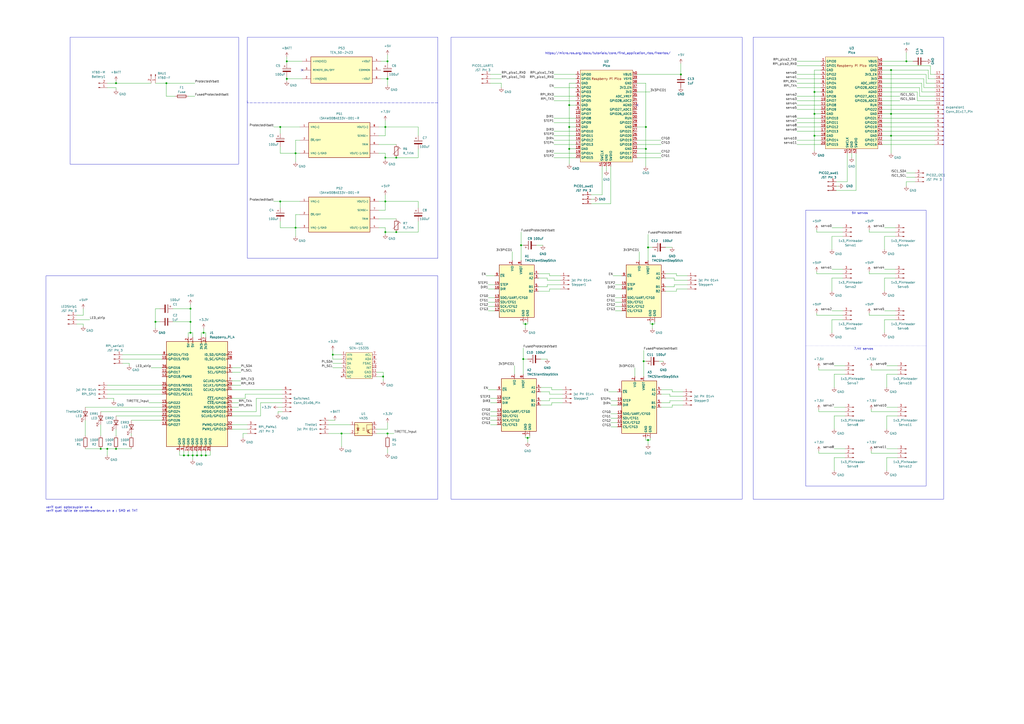
<source format=kicad_sch>
(kicad_sch (version 20230121) (generator eeschema)
  (paper "A2")
  (junction (at 119.38 264.16))
  (junction (at 166.37 35.56))
  (junction (at 330.2 86.36))
  (junction (at 193.04 205.74))
  (junction (at 67.31 260.35))
  (junction (at 118.11 193.04))
  (junction (at 171.45 132.08))
  (junction (at 472.44 53.34))
  (junction (at 114.3 264.16))
  (junction (at 302.26 142.24))
  (junction (at 171.45 88.9))
  (junction (at 306.07 254))
  (junction (at 394.97 43.18))
  (junction (at 224.79 251.46))
  (junction (at 106.68 264.16))
  (junction (at 224.79 35.56))
  (junction (at 303.53 208.28))
  (junction (at 62.23 260.35))
  (junction (at 111.76 264.16))
  (junction (at 223.52 73.66))
  (junction (at 516.89 40.64))
  (junction (at 67.31 48.26))
  (junction (at 223.52 134.62))
  (junction (at 472.44 66.04))
  (junction (at 110.49 186.69))
  (junction (at 374.65 86.36))
  (junction (at 375.92 255.27))
  (junction (at 525.78 35.56))
  (junction (at 373.38 209.55))
  (junction (at 516.89 78.74))
  (junction (at 162.56 73.66))
  (junction (at 116.84 264.16))
  (junction (at 223.52 91.44))
  (junction (at 304.8 187.96))
  (junction (at 229.87 134.62))
  (junction (at 90.17 186.69))
  (junction (at 109.22 264.16))
  (junction (at 110.49 193.04))
  (junction (at 375.92 143.51))
  (junction (at 229.87 91.44))
  (junction (at 374.65 73.66))
  (junction (at 378.46 187.96))
  (junction (at 516.89 66.04))
  (junction (at 223.52 116.84))
  (junction (at 224.79 45.72))
  (junction (at 110.49 179.07))
  (junction (at 222.25 218.44))
  (junction (at 58.42 260.35))
  (junction (at 198.12 251.46))
  (junction (at 162.56 116.84))
  (junction (at 330.2 73.66))
  (junction (at 472.44 78.74))
  (junction (at 330.2 60.96))
  (junction (at 166.37 45.72))
  (junction (at 96.52 48.26))
  (no_connect (at 369.57 60.96))
  (no_connect (at 175.26 40.64))
  (wire (pts (xy 134.62 231.14) (xy 142.24 231.14)))
  (wire (pts (xy 283.21 172.72) (xy 287.02 172.72)))
  (wire (pts (xy 375.92 255.27) (xy 375.92 257.81)))
  (wire (pts (xy 321.31 68.58) (xy 334.01 68.58)))
  (wire (pts (xy 377.19 255.27) (xy 377.19 254)))
  (wire (pts (xy 534.67 53.34) (xy 542.29 53.34)))
  (wire (pts (xy 398.78 165.1) (xy 391.16 165.1)))
  (wire (pts (xy 121.92 264.16) (xy 121.92 261.62)))
  (wire (pts (xy 542.29 48.26) (xy 537.21 48.26)))
  (wire (pts (xy 284.48 43.18) (xy 290.83 43.18)))
  (wire (pts (xy 474.98 214.63) (xy 490.22 214.63)))
  (wire (pts (xy 462.28 38.1) (xy 476.25 38.1)))
  (wire (pts (xy 386.08 168.91) (xy 392.43 168.91)))
  (wire (pts (xy 511.81 53.34) (xy 532.13 53.34)))
  (wire (pts (xy 511.81 58.42) (xy 521.97 58.42)))
  (wire (pts (xy 473.71 158.75) (xy 488.95 158.75)))
  (wire (pts (xy 229.87 134.62) (xy 242.57 134.62)))
  (wire (pts (xy 193.04 205.74) (xy 198.12 205.74)))
  (wire (pts (xy 462.28 81.28) (xy 476.25 81.28)))
  (wire (pts (xy 106.68 261.62) (xy 106.68 264.16)))
  (wire (pts (xy 535.94 50.8) (xy 535.94 45.72)))
  (wire (pts (xy 106.68 264.16) (xy 109.22 264.16)))
  (wire (pts (xy 109.22 261.62) (xy 109.22 264.16)))
  (wire (pts (xy 318.77 227.33) (xy 313.69 227.33)))
  (wire (pts (xy 283.21 165.1) (xy 287.02 165.1)))
  (wire (pts (xy 494.03 88.9) (xy 494.03 91.44)))
  (wire (pts (xy 462.28 60.96) (xy 476.25 60.96)))
  (wire (pts (xy 349.25 113.03) (xy 349.25 96.52)))
  (wire (pts (xy 392.43 160.02) (xy 398.78 160.02)))
  (wire (pts (xy 58.42 260.35) (xy 62.23 260.35)))
  (wire (pts (xy 151.13 241.3) (xy 151.13 233.68)))
  (wire (pts (xy 101.6 55.88) (xy 96.52 55.88)))
  (wire (pts (xy 513.08 144.78) (xy 513.08 137.16)))
  (wire (pts (xy 134.62 226.06) (xy 163.83 226.06)))
  (wire (pts (xy 396.24 232.41) (xy 388.62 232.41)))
  (wire (pts (xy 171.45 88.9) (xy 171.45 93.98)))
  (wire (pts (xy 317.5 161.29) (xy 312.42 161.29)))
  (wire (pts (xy 161.29 236.22) (xy 163.83 236.22)))
  (wire (pts (xy 375.92 255.27) (xy 374.65 255.27)))
  (wire (pts (xy 49.53 252.73) (xy 49.53 243.84)))
  (wire (pts (xy 516.89 78.74) (xy 516.89 66.04)))
  (wire (pts (xy 116.84 193.04) (xy 118.11 193.04)))
  (wire (pts (xy 134.62 220.98) (xy 139.7 220.98)))
  (wire (pts (xy 514.35 241.3) (xy 520.7 241.3)))
  (wire (pts (xy 383.54 236.22) (xy 389.89 236.22)))
  (wire (pts (xy 166.37 46.99) (xy 166.37 45.72)))
  (wire (pts (xy 283.21 175.26) (xy 287.02 175.26)))
  (wire (pts (xy 369.57 88.9) (xy 383.54 88.9)))
  (wire (pts (xy 513.08 193.04) (xy 513.08 185.42)))
  (wire (pts (xy 62.23 260.35) (xy 62.23 264.16)))
  (wire (pts (xy 511.81 60.96) (xy 542.29 60.96)))
  (wire (pts (xy 284.48 241.3) (xy 288.29 241.3)))
  (wire (pts (xy 321.31 71.12) (xy 334.01 71.12)))
  (wire (pts (xy 223.52 91.44) (xy 223.52 92.71)))
  (wire (pts (xy 224.79 35.56) (xy 224.79 36.83)))
  (wire (pts (xy 303.53 201.93) (xy 303.53 208.28)))
  (wire (pts (xy 313.69 224.79) (xy 320.04 224.79)))
  (wire (pts (xy 355.6 160.02) (xy 360.68 160.02)))
  (wire (pts (xy 134.62 213.36) (xy 139.7 213.36)))
  (wire (pts (xy 62.23 223.52) (xy 93.98 223.52)))
  (wire (pts (xy 472.44 78.74) (xy 472.44 66.04)))
  (wire (pts (xy 162.56 116.84) (xy 162.56 120.65)))
  (wire (pts (xy 90.17 186.69) (xy 90.17 179.07)))
  (wire (pts (xy 525.78 102.87) (xy 530.86 102.87)))
  (wire (pts (xy 505.46 213.36) (xy 505.46 214.63)))
  (wire (pts (xy 356.87 167.64) (xy 360.68 167.64)))
  (wire (pts (xy 67.31 252.73) (xy 67.31 248.92)))
  (wire (pts (xy 224.79 251.46) (xy 224.79 252.73)))
  (wire (pts (xy 473.71 182.88) (xy 488.95 182.88)))
  (wire (pts (xy 162.56 116.84) (xy 173.99 116.84)))
  (wire (pts (xy 219.71 121.92) (xy 223.52 121.92)))
  (wire (pts (xy 516.89 40.64) (xy 511.81 40.64)))
  (wire (pts (xy 516.89 66.04) (xy 511.81 66.04)))
  (wire (pts (xy 389.89 226.06) (xy 389.89 227.33)))
  (wire (pts (xy 119.38 261.62) (xy 119.38 264.16)))
  (wire (pts (xy 542.29 50.8) (xy 535.94 50.8)))
  (wire (pts (xy 533.4 50.8) (xy 511.81 50.8)))
  (polyline (pts (xy 143.51 59.69) (xy 143.51 58.42)))
  (wire (pts (xy 482.6 180.34) (xy 488.95 180.34)))
  (wire (pts (xy 373.38 209.55) (xy 373.38 218.44)))
  (wire (pts (xy 302.26 134.62) (xy 302.26 142.24)))
  (wire (pts (xy 90.17 179.07) (xy 92.71 179.07)))
  (wire (pts (xy 114.3 261.62) (xy 114.3 264.16)))
  (wire (pts (xy 302.26 142.24) (xy 302.26 151.13)))
  (wire (pts (xy 224.79 31.75) (xy 224.79 35.56)))
  (wire (pts (xy 224.79 44.45) (xy 224.79 45.72)))
  (wire (pts (xy 313.69 208.28) (xy 317.5 208.28)))
  (wire (pts (xy 86.36 233.68) (xy 93.98 233.68)))
  (wire (pts (xy 62.23 48.26) (xy 67.31 48.26)))
  (wire (pts (xy 513.08 180.34) (xy 519.43 180.34)))
  (wire (pts (xy 462.28 73.66) (xy 476.25 73.66)))
  (wire (pts (xy 290.83 48.26) (xy 284.48 48.26)))
  (wire (pts (xy 193.04 210.82) (xy 198.12 210.82)))
  (wire (pts (xy 542.29 45.72) (xy 538.48 45.72)))
  (wire (pts (xy 171.45 124.46) (xy 171.45 132.08)))
  (wire (pts (xy 525.78 100.33) (xy 530.86 100.33)))
  (wire (pts (xy 67.31 260.35) (xy 76.2 260.35)))
  (wire (pts (xy 511.81 81.28) (xy 542.29 81.28)))
  (wire (pts (xy 462.28 68.58) (xy 476.25 68.58)))
  (wire (pts (xy 223.52 134.62) (xy 229.87 134.62)))
  (wire (pts (xy 171.45 81.28) (xy 171.45 88.9)))
  (wire (pts (xy 504.19 182.88) (xy 519.43 182.88)))
  (wire (pts (xy 134.62 248.92) (xy 143.51 248.92)))
  (wire (pts (xy 354.33 245.11) (xy 358.14 245.11)))
  (wire (pts (xy 304.8 187.96) (xy 306.07 187.96)))
  (wire (pts (xy 462.28 43.18) (xy 476.25 43.18)))
  (wire (pts (xy 306.07 254) (xy 304.8 254)))
  (wire (pts (xy 58.42 252.73) (xy 58.42 246.38)))
  (wire (pts (xy 48.26 187.96) (xy 44.45 187.96)))
  (wire (pts (xy 513.08 132.08) (xy 519.43 132.08)))
  (wire (pts (xy 369.57 81.28) (xy 383.54 81.28)))
  (wire (pts (xy 514.35 217.17) (xy 520.7 217.17)))
  (wire (pts (xy 162.56 73.66) (xy 162.56 77.47)))
  (wire (pts (xy 109.22 55.88) (xy 113.03 55.88)))
  (wire (pts (xy 382.27 209.55) (xy 384.81 209.55)))
  (wire (pts (xy 140.97 254) (xy 140.97 251.46)))
  (wire (pts (xy 482.6 137.16) (xy 488.95 137.16)))
  (wire (pts (xy 472.44 40.64) (xy 476.25 40.64)))
  (wire (pts (xy 114.3 264.16) (xy 116.84 264.16)))
  (wire (pts (xy 474.98 262.89) (xy 490.22 262.89)))
  (wire (pts (xy 166.37 35.56) (xy 175.26 35.56)))
  (wire (pts (xy 198.12 251.46) (xy 198.12 259.08)))
  (wire (pts (xy 222.25 215.9) (xy 222.25 218.44)))
  (wire (pts (xy 375.92 143.51) (xy 375.92 151.13)))
  (wire (pts (xy 223.52 132.08) (xy 223.52 134.62)))
  (wire (pts (xy 472.44 78.74) (xy 476.25 78.74)))
  (wire (pts (xy 504.19 181.61) (xy 504.19 182.88)))
  (wire (pts (xy 134.62 246.38) (xy 143.51 246.38)))
  (wire (pts (xy 394.97 43.18) (xy 394.97 36.83)))
  (wire (pts (xy 76.2 243.84) (xy 93.98 243.84)))
  (wire (pts (xy 342.9 113.03) (xy 349.25 113.03)))
  (wire (pts (xy 473.71 157.48) (xy 473.71 158.75)))
  (wire (pts (xy 224.79 45.72) (xy 224.79 49.53)))
  (wire (pts (xy 462.28 48.26) (xy 476.25 48.26)))
  (wire (pts (xy 173.99 132.08) (xy 171.45 132.08)))
  (wire (pts (xy 391.16 162.56) (xy 391.16 161.29)))
  (wire (pts (xy 194.31 243.84) (xy 190.5 243.84)))
  (wire (pts (xy 538.48 45.72) (xy 538.48 40.64)))
  (wire (pts (xy 166.37 35.56) (xy 166.37 36.83)))
  (wire (pts (xy 283.21 177.8) (xy 287.02 177.8)))
  (polyline (pts (xy 254 59.69) (xy 143.51 59.69)) (stroke (width 0) (type dash)))
  (wire (pts (xy 369.57 43.18) (xy 394.97 43.18)))
  (wire (pts (xy 474.98 238.76) (xy 490.22 238.76)))
  (wire (pts (xy 219.71 88.9) (xy 223.52 88.9)))
  (wire (pts (xy 134.62 236.22) (xy 138.43 236.22)))
  (wire (pts (xy 242.57 91.44) (xy 242.57 86.36)))
  (wire (pts (xy 377.19 187.96) (xy 377.19 186.69)))
  (wire (pts (xy 386.08 158.75) (xy 392.43 158.75)))
  (wire (pts (xy 66.04 232.41) (xy 66.04 231.14)))
  (wire (pts (xy 326.39 228.6) (xy 318.77 228.6)))
  (wire (pts (xy 537.21 43.18) (xy 511.81 43.18)))
  (wire (pts (xy 373.38 203.2) (xy 373.38 209.55)))
  (wire (pts (xy 474.98 261.62) (xy 474.98 262.89)))
  (wire (pts (xy 377.19 53.34) (xy 369.57 53.34)))
  (wire (pts (xy 321.31 83.82) (xy 334.01 83.82)))
  (wire (pts (xy 321.31 45.72) (xy 334.01 45.72)))
  (wire (pts (xy 119.38 195.58) (xy 119.38 193.04)))
  (wire (pts (xy 318.77 228.6) (xy 318.77 227.33)))
  (wire (pts (xy 374.65 86.36) (xy 374.65 96.52)))
  (wire (pts (xy 284.48 231.14) (xy 288.29 231.14)))
  (wire (pts (xy 330.2 60.96) (xy 330.2 48.26)))
  (wire (pts (xy 229.87 91.44) (xy 242.57 91.44)))
  (wire (pts (xy 58.42 238.76) (xy 93.98 238.76)))
  (wire (pts (xy 313.69 234.95) (xy 320.04 234.95)))
  (wire (pts (xy 505.46 261.62) (xy 505.46 262.89)))
  (wire (pts (xy 392.43 167.64) (xy 398.78 167.64)))
  (wire (pts (xy 473.71 133.35) (xy 473.71 134.62)))
  (wire (pts (xy 505.46 262.89) (xy 520.7 262.89)))
  (wire (pts (xy 379.73 187.96) (xy 379.73 186.69)))
  (wire (pts (xy 161.29 238.76) (xy 163.83 238.76)))
  (wire (pts (xy 542.29 55.88) (xy 533.4 55.88)))
  (wire (pts (xy 321.31 81.28) (xy 334.01 81.28)))
  (wire (pts (xy 90.17 186.69) (xy 92.71 186.69)))
  (wire (pts (xy 220.98 45.72) (xy 224.79 45.72)))
  (wire (pts (xy 284.48 45.72) (xy 290.83 45.72)))
  (wire (pts (xy 321.31 88.9) (xy 334.01 88.9)))
  (wire (pts (xy 173.99 81.28) (xy 171.45 81.28)))
  (wire (pts (xy 318.77 158.75) (xy 318.77 160.02)))
  (wire (pts (xy 369.57 86.36) (xy 374.65 86.36)))
  (wire (pts (xy 342.9 118.11) (xy 354.33 118.11)))
  (wire (pts (xy 483.87 248.92) (xy 483.87 241.3)))
  (wire (pts (xy 525.78 105.41) (xy 525.78 107.95)))
  (wire (pts (xy 391.16 165.1) (xy 391.16 166.37)))
  (wire (pts (xy 306.07 208.28) (xy 303.53 208.28)))
  (wire (pts (xy 67.31 50.8) (xy 67.31 52.07)))
  (wire (pts (xy 472.44 53.34) (xy 472.44 40.64)))
  (wire (pts (xy 386.08 143.51) (xy 389.89 143.51)))
  (wire (pts (xy 151.13 233.68) (xy 163.83 233.68)))
  (wire (pts (xy 242.57 116.84) (xy 242.57 120.65)))
  (wire (pts (xy 223.52 116.84) (xy 242.57 116.84)))
  (wire (pts (xy 158.75 116.84) (xy 162.56 116.84)))
  (wire (pts (xy 482.6 193.04) (xy 482.6 185.42)))
  (wire (pts (xy 354.33 242.57) (xy 358.14 242.57)))
  (wire (pts (xy 303.53 142.24) (xy 302.26 142.24)))
  (wire (pts (xy 242.57 134.62) (xy 242.57 128.27)))
  (wire (pts (xy 383.54 226.06) (xy 389.89 226.06)))
  (wire (pts (xy 330.2 60.96) (xy 334.01 60.96)))
  (wire (pts (xy 474.98 237.49) (xy 474.98 238.76)))
  (wire (pts (xy 284.48 246.38) (xy 288.29 246.38)))
  (wire (pts (xy 71.12 205.74) (xy 93.98 205.74)))
  (wire (pts (xy 462.28 55.88) (xy 476.25 55.88)))
  (wire (pts (xy 462.28 71.12) (xy 476.25 71.12)))
  (wire (pts (xy 166.37 44.45) (xy 166.37 45.72)))
  (wire (pts (xy 224.79 260.35) (xy 224.79 262.89)))
  (wire (pts (xy 320.04 224.79) (xy 320.04 226.06)))
  (wire (pts (xy 48.26 182.88) (xy 44.45 182.88)))
  (wire (pts (xy 354.33 232.41) (xy 358.14 232.41)))
  (wire (pts (xy 318.77 232.41) (xy 313.69 232.41)))
  (wire (pts (xy 375.92 135.89) (xy 375.92 143.51)))
  (wire (pts (xy 462.28 63.5) (xy 476.25 63.5)))
  (wire (pts (xy 90.17 186.69) (xy 90.17 190.5)))
  (wire (pts (xy 320.04 233.68) (xy 326.39 233.68)))
  (wire (pts (xy 483.87 241.3) (xy 490.22 241.3)))
  (wire (pts (xy 330.2 73.66) (xy 334.01 73.66)))
  (wire (pts (xy 504.19 158.75) (xy 519.43 158.75)))
  (wire (pts (xy 505.46 214.63) (xy 520.7 214.63)))
  (wire (pts (xy 486.41 107.95) (xy 485.14 107.95)))
  (wire (pts (xy 74.93 210.82) (xy 74.93 212.09)))
  (wire (pts (xy 369.57 91.44) (xy 383.54 91.44)))
  (wire (pts (xy 482.6 185.42) (xy 488.95 185.42)))
  (wire (pts (xy 525.78 35.56) (xy 525.78 30.48)))
  (wire (pts (xy 472.44 66.04) (xy 476.25 66.04)))
  (wire (pts (xy 158.75 73.66) (xy 162.56 73.66)))
  (wire (pts (xy 100.33 186.69) (xy 110.49 186.69)))
  (wire (pts (xy 306.07 187.96) (xy 306.07 186.69)))
  (wire (pts (xy 354.33 240.03) (xy 358.14 240.03)))
  (wire (pts (xy 398.78 162.56) (xy 391.16 162.56)))
  (wire (pts (xy 71.12 210.82) (xy 74.93 210.82)))
  (wire (pts (xy 219.71 127) (xy 229.87 127)))
  (wire (pts (xy 76.2 252.73) (xy 76.2 251.46)))
  (wire (pts (xy 389.89 234.95) (xy 396.24 234.95)))
  (wire (pts (xy 118.11 193.04) (xy 118.11 190.5)))
  (wire (pts (xy 171.45 88.9) (xy 162.56 88.9)))
  (wire (pts (xy 374.65 73.66) (xy 374.65 48.26)))
  (wire (pts (xy 516.89 66.04) (xy 516.89 40.64)))
  (wire (pts (xy 166.37 45.72) (xy 175.26 45.72)))
  (wire (pts (xy 534.67 48.26) (xy 534.67 53.34)))
  (wire (pts (xy 504.19 134.62) (xy 519.43 134.62)))
  (wire (pts (xy 62.23 228.6) (xy 93.98 228.6)))
  (wire (pts (xy 96.52 55.88) (xy 96.52 48.26)))
  (wire (pts (xy 374.65 73.66) (xy 369.57 73.66)))
  (wire (pts (xy 223.52 73.66) (xy 242.57 73.66)))
  (wire (pts (xy 391.16 166.37) (xy 386.08 166.37)))
  (wire (pts (xy 142.24 231.14) (xy 142.24 228.6)))
  (wire (pts (xy 511.81 38.1) (xy 539.75 38.1)))
  (wire (pts (xy 473.71 134.62) (xy 488.95 134.62)))
  (wire (pts (xy 304.8 254) (xy 304.8 252.73)))
  (wire (pts (xy 356.87 165.1) (xy 360.68 165.1)))
  (wire (pts (xy 462.28 76.2) (xy 476.25 76.2)))
  (wire (pts (xy 504.19 133.35) (xy 504.19 134.62)))
  (wire (pts (xy 344.17 115.57) (xy 342.9 115.57)))
  (wire (pts (xy 462.28 58.42) (xy 476.25 58.42)))
  (wire (pts (xy 462.28 35.56) (xy 476.25 35.56)))
  (wire (pts (xy 48.26 189.23) (xy 48.26 187.96)))
  (wire (pts (xy 356.87 172.72) (xy 360.68 172.72)))
  (wire (pts (xy 321.31 91.44) (xy 334.01 91.44)))
  (wire (pts (xy 223.52 121.92) (xy 223.52 116.84)))
  (wire (pts (xy 111.76 193.04) (xy 111.76 195.58)))
  (wire (pts (xy 514.35 273.05) (xy 514.35 265.43)))
  (wire (pts (xy 532.13 58.42) (xy 542.29 58.42)))
  (wire (pts (xy 306.07 254) (xy 306.07 256.54)))
  (wire (pts (xy 109.22 264.16) (xy 111.76 264.16)))
  (wire (pts (xy 218.44 251.46) (xy 224.79 251.46)))
  (wire (pts (xy 513.08 168.91) (xy 513.08 161.29)))
  (wire (pts (xy 311.15 142.24) (xy 314.96 142.24)))
  (wire (pts (xy 462.28 50.8) (xy 476.25 50.8)))
  (wire (pts (xy 514.35 248.92) (xy 514.35 241.3)))
  (wire (pts (xy 368.3 213.36) (xy 368.3 218.44)))
  (wire (pts (xy 496.57 88.9) (xy 496.57 110.49)))
  (wire (pts (xy 505.46 237.49) (xy 505.46 238.76)))
  (polyline (pts (xy 467.36 200.66) (xy 537.21 200.66)) (stroke (width 0) (type dot)))
  (wire (pts (xy 284.48 238.76) (xy 288.29 238.76)))
  (wire (pts (xy 354.33 96.52) (xy 354.33 118.11)))
  (wire (pts (xy 354.33 234.95) (xy 358.14 234.95)))
  (wire (pts (xy 472.44 87.63) (xy 472.44 78.74)))
  (wire (pts (xy 318.77 167.64) (xy 325.12 167.64)))
  (wire (pts (xy 374.65 48.26) (xy 369.57 48.26)))
  (wire (pts (xy 148.59 238.76) (xy 134.62 238.76)))
  (wire (pts (xy 219.71 116.84) (xy 223.52 116.84)))
  (wire (pts (xy 318.77 160.02) (xy 325.12 160.02)))
  (wire (pts (xy 472.44 66.04) (xy 472.44 53.34)))
  (wire (pts (xy 219.71 78.74) (xy 223.52 78.74)))
  (wire (pts (xy 283.21 226.06) (xy 288.29 226.06)))
  (wire (pts (xy 224.79 35.56) (xy 220.98 35.56)))
  (wire (pts (xy 67.31 50.8) (xy 62.23 50.8)))
  (wire (pts (xy 87.63 213.36) (xy 93.98 213.36)))
  (wire (pts (xy 330.2 86.36) (xy 330.2 73.66)))
  (wire (pts (xy 104.14 261.62) (xy 104.14 264.16)))
  (wire (pts (xy 317.5 165.1) (xy 317.5 166.37)))
  (wire (pts (xy 516.89 78.74) (xy 542.29 78.74)))
  (wire (pts (xy 281.94 160.02) (xy 287.02 160.02)))
  (wire (pts (xy 356.87 180.34) (xy 360.68 180.34)))
  (wire (pts (xy 100.33 179.07) (xy 110.49 179.07)))
  (wire (pts (xy 389.89 227.33) (xy 396.24 227.33)))
  (wire (pts (xy 193.04 203.2) (xy 193.04 205.74)))
  (wire (pts (xy 111.76 264.16) (xy 111.76 266.7)))
  (wire (pts (xy 297.18 146.05) (xy 297.18 151.13)))
  (wire (pts (xy 378.46 187.96) (xy 379.73 187.96)))
  (wire (pts (xy 223.52 78.74) (xy 223.52 73.66)))
  (wire (pts (xy 388.62 233.68) (xy 383.54 233.68)))
  (wire (pts (xy 163.83 231.14) (xy 148.59 231.14)))
  (wire (pts (xy 321.31 50.8) (xy 334.01 50.8)))
  (wire (pts (xy 354.33 247.65) (xy 358.14 247.65)))
  (wire (pts (xy 190.5 251.46) (xy 198.12 251.46)))
  (wire (pts (xy 330.2 95.25) (xy 330.2 86.36)))
  (wire (pts (xy 537.21 48.26) (xy 537.21 43.18)))
  (wire (pts (xy 44.45 185.42) (xy 52.07 185.42)))
  (wire (pts (xy 119.38 193.04) (xy 118.11 193.04)))
  (wire (pts (xy 298.45 212.09) (xy 298.45 217.17)))
  (wire (pts (xy 110.49 193.04) (xy 109.22 193.04)))
  (wire (pts (xy 166.37 33.02) (xy 166.37 35.56)))
  (wire (pts (xy 321.31 58.42) (xy 334.01 58.42)))
  (wire (pts (xy 482.6 168.91) (xy 482.6 161.29)))
  (wire (pts (xy 511.81 55.88) (xy 521.97 55.88)))
  (wire (pts (xy 171.45 132.08) (xy 171.45 137.16)))
  (wire (pts (xy 483.87 236.22) (xy 490.22 236.22)))
  (wire (pts (xy 62.23 226.06) (xy 93.98 226.06)))
  (wire (pts (xy 193.04 208.28) (xy 198.12 208.28)))
  (wire (pts (xy 511.81 76.2) (xy 542.29 76.2)))
  (wire (pts (xy 111.76 261.62) (xy 111.76 264.16)))
  (wire (pts (xy 388.62 228.6) (xy 383.54 228.6)))
  (wire (pts (xy 173.99 124.46) (xy 171.45 124.46)))
  (wire (pts (xy 535.94 45.72) (xy 511.81 45.72)))
  (wire (pts (xy 49.53 260.35) (xy 58.42 260.35)))
  (wire (pts (xy 375.92 255.27) (xy 377.19 255.27)))
  (wire (pts (xy 219.71 73.66) (xy 223.52 73.66)))
  (wire (pts (xy 511.81 35.56) (xy 525.78 35.56)))
  (wire (pts (xy 66.04 231.14) (xy 62.23 231.14)))
  (wire (pts (xy 218.44 218.44) (xy 222.25 218.44)))
  (wire (pts (xy 392.43 168.91) (xy 392.43 167.64)))
  (wire (pts (xy 67.31 48.26) (xy 67.31 46.99)))
  (wire (pts (xy 374.65 86.36) (xy 374.65 73.66)))
  (wire (pts (xy 312.42 158.75) (xy 318.77 158.75)))
  (wire (pts (xy 283.21 180.34) (xy 287.02 180.34)))
  (wire (pts (xy 224.79 248.92) (xy 218.44 248.92)))
  (wire (pts (xy 326.39 231.14) (xy 318.77 231.14)))
  (wire (pts (xy 473.71 181.61) (xy 473.71 182.88)))
  (wire (pts (xy 472.44 53.34) (xy 476.25 53.34)))
  (wire (pts (xy 483.87 224.79) (xy 483.87 217.17)))
  (wire (pts (xy 321.31 43.18) (xy 334.01 43.18)))
  (wire (pts (xy 482.6 132.08) (xy 488.95 132.08)))
  (wire (pts (xy 351.79 96.52) (xy 351.79 99.06)))
  (wire (pts (xy 162.56 128.27) (xy 162.56 132.08)))
  (wire (pts (xy 242.57 73.66) (xy 242.57 78.74)))
  (wire (pts (xy 485.14 110.49) (xy 496.57 110.49)))
  (wire (pts (xy 219.71 83.82) (xy 229.87 83.82)))
  (wire (pts (xy 389.89 236.22) (xy 389.89 234.95)))
  (wire (pts (xy 218.44 215.9) (xy 222.25 215.9)))
  (wire (pts (xy 391.16 161.29) (xy 386.08 161.29)))
  (wire (pts (xy 353.06 227.33) (xy 358.14 227.33)))
  (wire (pts (xy 140.97 251.46) (xy 143.51 251.46)))
  (wire (pts (xy 116.84 264.16) (xy 119.38 264.16)))
  (wire (pts (xy 283.21 167.64) (xy 287.02 167.64)))
  (wire (pts (xy 539.75 38.1) (xy 539.75 43.18)))
  (wire (pts (xy 514.35 260.35) (xy 520.7 260.35)))
  (wire (pts (xy 134.62 215.9) (xy 139.7 215.9)))
  (wire (pts (xy 49.53 236.22) (xy 93.98 236.22)))
  (wire (pts (xy 222.25 218.44) (xy 222.25 220.98)))
  (wire (pts (xy 134.62 233.68) (xy 138.43 233.68)))
  (wire (pts (xy 290.83 50.8) (xy 290.83 48.26)))
  (wire (pts (xy 62.23 260.35) (xy 67.31 260.35)))
  (wire (pts (xy 162.56 73.66) (xy 173.99 73.66)))
  (wire (pts (xy 538.48 40.64) (xy 516.89 40.64)))
  (wire (pts (xy 514.35 224.79) (xy 514.35 217.17)))
  (wire (pts (xy 375.92 143.51) (xy 378.46 143.51)))
  (wire (pts (xy 284.48 243.84) (xy 288.29 243.84)))
  (wire (pts (xy 356.87 177.8) (xy 360.68 177.8)))
  (wire (pts (xy 48.26 179.07) (xy 48.26 182.88)))
  (wire (pts (xy 90.17 48.26) (xy 96.52 48.26)))
  (wire (pts (xy 330.2 48.26) (xy 334.01 48.26)))
  (wire (pts (xy 511.81 68.58) (xy 542.29 68.58)))
  (wire (pts (xy 325.12 165.1) (xy 317.5 165.1)))
  (wire (pts (xy 307.34 254) (xy 307.34 252.73)))
  (wire (pts (xy 71.12 208.28) (xy 93.98 208.28)))
  (wire (pts (xy 483.87 217.17) (xy 490.22 217.17)))
  (wire (pts (xy 161.29 240.03) (xy 161.29 238.76)))
  (wire (pts (xy 334.01 55.88) (xy 321.31 55.88)))
  (wire (pts (xy 110.49 179.07) (xy 110.49 186.69)))
  (wire (pts (xy 483.87 273.05) (xy 483.87 265.43)))
  (wire (pts (xy 116.84 261.62) (xy 116.84 264.16)))
  (wire (pts (xy 505.46 238.76) (xy 520.7 238.76)))
  (wire (pts (xy 284.48 233.68) (xy 288.29 233.68)))
  (wire (pts (xy 119.38 264.16) (xy 121.92 264.16)))
  (wire (pts (xy 514.35 236.22) (xy 520.7 236.22)))
  (wire (pts (xy 320.04 234.95) (xy 320.04 233.68)))
  (wire (pts (xy 513.08 185.42) (xy 519.43 185.42)))
  (wire (pts (xy 378.46 187.96) (xy 378.46 190.5)))
  (wire (pts (xy 110.49 193.04) (xy 111.76 193.04)))
  (wire (pts (xy 511.81 78.74) (xy 516.89 78.74)))
  (wire (pts (xy 511.81 71.12) (xy 542.29 71.12)))
  (wire (pts (xy 516.89 66.04) (xy 542.29 66.04)))
  (wire (pts (xy 134.62 241.3) (xy 151.13 241.3)))
  (wire (pts (xy 223.52 88.9) (xy 223.52 91.44)))
  (wire (pts (xy 482.6 156.21) (xy 488.95 156.21)))
  (wire (pts (xy 317.5 166.37) (xy 312.42 166.37)))
  (wire (pts (xy 224.79 245.11) (xy 224.79 248.92)))
  (wire (pts (xy 392.43 158.75) (xy 392.43 160.02)))
  (wire (pts (xy 109.22 193.04) (xy 109.22 195.58)))
  (wire (pts (xy 491.49 105.41) (xy 491.49 88.9)))
  (wire (pts (xy 67.31 48.26) (xy 87.63 48.26)))
  (wire (pts (xy 190.5 246.38) (xy 203.2 246.38)))
  (wire (pts (xy 388.62 232.41) (xy 388.62 233.68)))
  (wire (pts (xy 482.6 161.29) (xy 488.95 161.29)))
  (wire (pts (xy 312.42 168.91) (xy 318.77 168.91)))
  (wire (pts (xy 514.35 212.09) (xy 520.7 212.09)))
  (wire (pts (xy 514.35 265.43) (xy 520.7 265.43)))
  (wire (pts (xy 321.31 78.74) (xy 334.01 78.74)))
  (wire (pts (xy 219.71 132.08) (xy 223.52 132.08)))
  (wire (pts (xy 162.56 132.08) (xy 171.45 132.08)))
  (wire (pts (xy 374.65 209.55) (xy 373.38 209.55)))
  (wire (pts (xy 303.53 187.96) (xy 303.53 186.69)))
  (wire (pts (xy 356.87 175.26) (xy 360.68 175.26)))
  (wire (pts (xy 513.08 156.21) (xy 519.43 156.21)))
  (wire (pts (xy 224.79 251.46) (xy 228.6 251.46)))
  (wire (pts (xy 304.8 187.96) (xy 304.8 190.5)))
  (wire (pts (xy 529.59 35.56) (xy 525.78 35.56)))
  (wire (pts (xy 513.08 161.29) (xy 519.43 161.29)))
  (wire (pts (xy 162.56 88.9) (xy 162.56 85.09)))
  (wire (pts (xy 483.87 265.43) (xy 490.22 265.43)))
  (wire (pts (xy 374.65 255.27) (xy 374.65 254)))
  (wire (pts (xy 321.31 76.2) (xy 334.01 76.2)))
  (wire (pts (xy 330.2 73.66) (xy 330.2 60.96)))
  (wire (pts (xy 223.52 73.66) (xy 223.52 69.85)))
  (wire (pts (xy 303.53 208.28) (xy 303.53 217.17)))
  (wire (pts (xy 483.87 212.09) (xy 490.22 212.09)))
  (wire (pts (xy 96.52 48.26) (xy 113.03 48.26)))
  (wire (pts (xy 134.62 223.52) (xy 139.7 223.52)))
  (wire (pts (xy 482.6 144.78) (xy 482.6 137.16)))
  (wire (pts (xy 318.77 231.14) (xy 318.77 232.41)))
  (wire (pts (xy 485.14 105.41) (xy 491.49 105.41)))
  (wire (pts (xy 304.8 187.96) (xy 303.53 187.96)))
  (wire (pts (xy 148.59 231.14) (xy 148.59 238.76)))
  (wire (pts (xy 511.81 83.82) (xy 542.29 83.82)))
  (wire (pts (xy 67.31 241.3) (xy 93.98 241.3)))
  (wire (pts (xy 325.12 162.56) (xy 317.5 162.56)))
  (wire (pts (xy 317.5 162.56) (xy 317.5 161.29)))
  (wire (pts (xy 474.98 213.36) (xy 474.98 214.63)))
  (wire (pts (xy 511.81 63.5) (xy 542.29 63.5)))
  (wire (pts (xy 193.04 213.36) (xy 198.12 213.36)))
  (wire (pts (xy 504.19 157.48) (xy 504.19 158.75)))
  (wire (pts (xy 198.12 251.46) (xy 203.2 251.46)))
  (wire (pts (xy 142.24 228.6) (xy 163.83 228.6)))
  (wire (pts (xy 111.76 264.16) (xy 114.3 264.16)))
  (wire (pts (xy 533.4 55.88) (xy 533.4 50.8)))
  (wire (pts (xy 110.49 186.69) (xy 110.49 193.04)))
  (wire (pts (xy 370.84 146.05) (xy 370.84 151.13)))
  (wire (pts (xy 462.28 83.82) (xy 476.25 83.82)))
  (wire (pts (xy 462.28 45.72) (xy 476.25 45.72)))
  (wire (pts (xy 525.78 105.41) (xy 530.86 105.41)))
  (wire (pts (xy 378.46 187.96) (xy 377.19 187.96)))
  (wire (pts (xy 330.2 86.36) (xy 334.01 86.36)))
  (wire (pts (xy 369.57 83.82) (xy 383.54 83.82)))
  (wire (pts (xy 306.07 254) (xy 307.34 254)))
  (wire (pts (xy 223.52 134.62) (xy 223.52 135.89)))
  (wire (pts (xy 223.52 116.84) (xy 223.52 113.03)))
  (wire (pts (xy 171.45 88.9) (xy 173.99 88.9)))
  (wire (pts (xy 318.77 167.64) (xy 318.77 168.91)))
  (wire (pts (xy 396.24 229.87) (xy 388.62 229.87)))
  (wire (pts (xy 320.04 226.06) (xy 326.39 226.06)))
  (wire (pts (xy 223.52 91.44) (xy 229.87 91.44)))
  (wire (pts (xy 539.75 43.18) (xy 542.29 43.18)))
  (wire (pts (xy 116.84 195.58) (xy 116.84 193.04)))
  (wire (pts (xy 104.14 264.16) (xy 106.68 264.16)))
  (wire (pts (xy 532.13 53.34) (xy 532.13 58.42)))
  (wire (pts (xy 193.04 205.74) (xy 193.04 208.28)))
  (wire (pts (xy 110.49 176.53) (xy 110.49 179.07)))
  (wire (pts (xy 388.62 229.87) (xy 388.62 228.6)))
  (wire (pts (xy 511.81 48.26) (xy 534.67 48.26)))
  (wire (pts (xy 483.87 260.35) (xy 490.22 260.35)))
  (wire (pts (xy 511.81 73.66) (xy 542.29 73.66)))
  (wire (pts (xy 513.08 137.16) (xy 519.43 137.16)))
  (wire (pts (xy 516.89 78.74) (xy 516.89 88.9)))
  (rectangle (start 26.67 160.02) (end 254 289.56))
  (rectangle (start 40.64 21.59) (end 138.43 95.25))
  (rectangle (start 261.62 21.59) (end 430.53 289.56))
  (rectangle (start 143.51 21.59) (end 254 149.86))
  (rectangle (start 467.36 121.92) (end 537.21 281.94))
  (rectangle (start 436.88 21.59) (end 547.37 289.56))
  (text "5V servos" (at 494.03 124.46 0) (effects (font (size 1.27 1.27)) (justify left bottom)))
  (text "verif quel optocoupler on a\nverif quel taille de condensanteurs on a : SMD et THT\n" (at 26.67 297.18 0) (effects (font (size 1.27 1.27)) (justify left bottom)))
  (text "https://micro.ros.org/docs/tutorials/core/first_application_rtos/freertos/" (at 316.23 31.75 0) (effects (font (size 1.27 1.27)) (justify left bottom)))
  (text "7.4V servos" (at 495.3 203.2 0) (effects (font (size 1.27 1.27)) (justify left bottom)))
  (label "servo9" (at 462.28 76.2 180))
  (label "TIRETTE_input" (at 228.6 251.46 0))
  (label "STEP1" (at 321.31 71.12 180))
  (label "EN" (at 321.31 50.8 180))
  (label "CFG0" (at 284.48 238.76 180))
  (label "servo1" (at 482.6 156.21 180))
  (label "CFG1" (at 283.21 175.26 180))
  (label "RPI_RX4" (at 138.43 236.22 0))
  (label "PI_SCL" (at 139.7 215.9 0))
  (label "LED_strip" (at 87.63 213.36 180))
  (label "CFG3" (at 354.33 247.65 180))
  (label "servo6" (at 483.87 212.09 180))
  (label "EN" (at 283.21 226.06 180))
  (label "STEP1" (at 283.21 165.1 180))
  (label "servo4" (at 462.28 60.96 180))
  (label "FusedProtectedVbatt" (at 113.03 55.88 0))
  (label "ProtectedVbatt" (at 158.75 116.84 180))
  (label "ProtectedVbatt" (at 113.03 48.26 0))
  (label "RPI_pico1_TX0" (at 321.31 43.18 180))
  (label "RPI_TX3" (at 139.7 220.98 0))
  (label "FusedProtectedVbatt" (at 303.53 201.93 0))
  (label "CFG3" (at 284.48 246.38 180))
  (label "RPI_pico1_TX0" (at 290.83 45.72 0))
  (label "CFG2" (at 356.87 177.8 180))
  (label "CFG3" (at 356.87 180.34 180))
  (label "RPI_pico1_RX0" (at 321.31 45.72 180))
  (label "CFG1" (at 284.48 241.3 180))
  (label "ISC1_SDA" (at 525.78 100.33 180))
  (label "ISC1_SCL" (at 521.97 55.88 0))
  (label "CFG3" (at 283.21 180.34 180))
  (label "servo0" (at 482.6 132.08 180))
  (label "PI_SCL" (at 193.04 213.36 180))
  (label "3V3PICO1" (at 297.18 146.05 180))
  (label "servo3" (at 462.28 58.42 180))
  (label "CFG2" (at 354.33 245.11 180))
  (label "LED_strip" (at 52.07 185.42 0))
  (label "STEP2" (at 321.31 91.44 180))
  (label "STEP3" (at 284.48 231.14 180))
  (label "CFG1" (at 383.54 91.44 0))
  (label "servo0" (at 462.28 43.18 180))
  (label "servo5" (at 462.28 63.5 180))
  (label "3V3PICO1" (at 368.3 213.36 180))
  (label "STEP4" (at 321.31 83.82 180))
  (label "DIR2" (at 321.31 88.9 180))
  (label "3V3PICO1" (at 298.45 212.09 180))
  (label "servo11" (at 462.28 83.82 180))
  (label "CFG2" (at 383.54 88.9 0))
  (label "servo10" (at 514.35 236.22 180))
  (label "servo4" (at 513.08 156.21 180))
  (label "servo3" (at 513.08 132.08 180))
  (label "DIR4" (at 321.31 81.28 180))
  (label "DIR3" (at 284.48 233.68 180))
  (label "EN" (at 353.06 227.33 180))
  (label "EN" (at 281.94 160.02 180))
  (label "CFG2" (at 284.48 243.84 180))
  (label "3V3PICO1" (at 370.84 146.05 180))
  (label "ISC1_SDA" (at 521.97 58.42 0))
  (label "CFG3" (at 383.54 83.82 0))
  (label "CFG2" (at 283.21 177.8 180))
  (label "servo11" (at 514.35 260.35 180))
  (label "DIR3" (at 321.31 76.2 180))
  (label "FusedProtectedVbatt" (at 375.92 135.89 0))
  (label "STEP4" (at 354.33 232.41 180))
  (label "RPI_RX3" (at 321.31 55.88 180))
  (label "ISC1_SCL" (at 525.78 102.87 180))
  (label "servo7" (at 483.87 236.22 180))
  (label "servo10" (at 462.28 81.28 180))
  (label "DIR1" (at 283.21 167.64 180))
  (label "servo7" (at 462.28 71.12 180))
  (label "RPI_RX3" (at 139.7 223.52 0))
  (label "RPI_TX3" (at 321.31 58.42 180))
  (label "DIR4" (at 354.33 234.95 180))
  (label "servo2" (at 462.28 55.88 180))
  (label "servo5" (at 513.08 180.34 180))
  (label "CFG0" (at 283.21 172.72 180))
  (label "CFG1" (at 356.87 175.26 180))
  (label "TIRETTE_input" (at 86.36 233.68 180))
  (label "RPI_TX4" (at 462.28 50.8 180))
  (label "servo9" (at 514.35 212.09 180))
  (label "CFG1" (at 354.33 242.57 180))
  (label "CFG0" (at 383.54 81.28 0))
  (label "STEP2" (at 356.87 165.1 180))
  (label "CFG0" (at 356.87 172.72 180))
  (label "RPI_pico2_TX0" (at 462.28 35.56 180))
  (label "RPI_RX4" (at 462.28 48.26 180))
  (label "RPI_pico1_RX0" (at 290.83 43.18 0))
  (label "servo8" (at 483.87 260.35 180))
  (label "PI_SDA" (at 139.7 213.36 0))
  (label "3V3PICO1" (at 377.19 53.34 0))
  (label "FusedProtectedVbatt" (at 302.26 134.62 0))
  (label "CFG0" (at 354.33 240.03 180))
  (label "FusedProtectedVbatt" (at 373.38 203.2 0))
  (label "ProtectedVbatt" (at 158.75 73.66 180))
  (label "servo2" (at 482.6 180.34 180))
  (label "servo6" (at 462.28 68.58 180))
  (label "servo1" (at 462.28 45.72 180))
  (label "DIR1" (at 321.31 68.58 180))
  (label "RPI_pico2_RX0" (at 462.28 38.1 180))
  (label "servo8" (at 462.28 73.66 180))
  (label "EN" (at 355.6 160.02 180))
  (label "STEP3" (at 321.31 78.74 180))
  (label "RPI_TX4" (at 138.43 233.68 0))
  (label "PI_SDA" (at 193.04 210.82 180))
  (label "DIR2" (at 356.87 167.64 180))
  (symbol (lib_id "Connector:Conn_01x03_Pin") (at 337.82 115.57 0) (unit 1)
    (property "Reference" "PICO1_swd1" (at 338.455 107.95 0))
    (property "Value" "JST PH 3" (at 338.455 110.49 0))
    (property "Footprint" "Connector_JST:JST_PH_B3B-PH-K_1x03_P2.00mm_Vertical" (effects hide))
  )
  (symbol (lib_id "power:GND") (at 483.87 273.05 0) (unit 1)
    (property "Reference" "#PWR069" (effects hide))
    (property "Value" "GND" (at 487.68 275.59 0))
  )
  (symbol (lib_id "Connector:Conn_01x03_Pin") (at 495.3 238.76 180) (unit 1)
    (property "Reference" "Servo8" (at 494.665 246.38 0))
    (property "Value" "1x3_PinHeader" (at 494.665 243.84 0))
    (property "Footprint" "Connector_PinHeader_2.54mm:PinHeader_1x03_P2.54mm_Vertical" (effects hide))
  )
  (symbol (lib_id "power:GND") (at 513.08 168.91 0) (unit 1)
    (property "Reference" "#PWR057" (effects hide))
    (property "Value" "GND" (at 516.89 171.45 0))
  )
  (symbol (lib_id "Connector:Conn_01x03_Pin") (at 494.03 182.88 180) (unit 1)
    (property "Reference" "Servo3" (at 493.395 190.5 0))
    (property "Value" "1x3_PinHeader" (at 493.395 187.96 0))
    (property "Footprint" "Connector_PinHeader_2.54mm:PinHeader_1x03_P2.54mm_Vertical" (effects hide))
  )
  (symbol (lib_id "Device:C_Polarized") (at 309.88 208.28 90) (unit 1)
    (property "Reference" "C10" (at 307.34 204.47 90))
    (property "Value" "100uF" (at 313.69 204.47 90))
    (property "Footprint" "Capacitor_THT:C_Radial_D6.3mm_H11.0mm_P2.50mm" (effects hide))
  )
  (symbol (lib_id "power:+5VP") (at 473.71 181.61 0) (unit 1)
    (property "Reference" "#PWR049" (effects hide))
    (property "Value" "+5VP" (at 473.71 176.53 0))
  )
  (symbol (lib_id "power:GND") (at 306.07 256.54 0) (unit 1)
    (property "Reference" "#PWR033" (effects hide))
    (property "Value" "GND" (at 306.07 261.62 0))
  )
  (symbol (lib_id "power:GND") (at 74.93 212.09 0) (unit 1)
    (property "Reference" "#PWR07" (effects hide))
    (property "Value" "GND" (at 78.74 214.63 0))
  )
  (symbol (lib_id "Connector:Conn_01x03_Pin") (at 494.03 134.62 180) (unit 1)
    (property "Reference" "Servo1" (at 493.395 142.24 0))
    (property "Value" "1x3_PinHeader" (at 493.395 139.7 0))
    (property "Footprint" "Connector_PinHeader_2.54mm:PinHeader_1x03_P2.54mm_Vertical" (effects hide))
  )
  (symbol (lib_id "Connector:Conn_01x03_Pin") (at 525.78 262.89 180) (unit 1)
    (property "Reference" "Servo12" (at 525.145 270.51 0))
    (property "Value" "1x3_PinHeader" (at 525.145 267.97 0))
    (property "Footprint" "Connector_PinHeader_2.54mm:PinHeader_1x03_P2.54mm_Vertical" (effects hide))
  )
  (symbol (lib_id "power:+5V") (at 394.97 36.83 0) (unit 1)
    (property "Reference" "#PWR044" (effects hide))
    (property "Value" "+5V" (at 394.97 31.75 0))
  )
  (symbol (lib_id "power:+BATT") (at 67.31 46.99 0) (unit 1)
    (property "Reference" "#PWR05" (effects hide))
    (property "Value" "+BATT" (at 67.31 41.91 0))
  )
  (symbol (lib_id "ENSMASTEEL_librairy:TMCSilentStepStick") (at 298.45 232.41 0) (unit 1)
    (property "Reference" "A2" (at 305.7241 214.63 0) (effects (justify left)))
    (property "Value" "TMCSilentStepStick" (at 305.7241 217.17 0) (effects (justify left)))
    (property "Footprint" "Ensmasteel_librairy:TMCStick" (effects hide))
  )
  (symbol (lib_id "power:+7.5V") (at 505.46 261.62 0) (unit 1)
    (property "Reference" "#PWR066" (effects hide))
    (property "Value" "+7.5V" (at 505.46 256.54 0))
  )
  (symbol (lib_id "Device:LED") (at 49.53 240.03 270) (mirror x) (unit 1)
    (property "Reference" "TiretteOK1" (at 43.18 238.76 90))
    (property "Value" "LED" (at 45.72 241.3 90))
    (property "Footprint" "LED_SMD:LED_0805_2012Metric" (effects hide))
  )
  (symbol (lib_id "Connector:Conn_01x04_Pin") (at 403.86 162.56 0) (mirror y) (unit 1)
    (property "Reference" "Stepper4" (at 405.13 165.1 0) (effects (justify right)))
    (property "Value" "jst PH 01x4" (at 405.13 162.56 0) (effects (justify right)))
    (property "Footprint" "Connector_JST:JST_PH_B4B-PH-K_1x04_P2.00mm_Vertical" (effects hide))
  )
  (symbol (lib_id "Device:R") (at 67.31 256.54 180) (unit 1)
    (property "Reference" "R3" (at 63.5 257.81 0))
    (property "Value" "100R" (at 63.5 255.27 0))
    (property "Footprint" "Resistor_SMD:R_1206_3216Metric" (effects hide))
  )
  (symbol (lib_id "power:GND") (at 374.65 96.52 0) (unit 1)
    (property "Reference" "#PWR039" (effects hide))
    (property "Value" "GND" (at 374.65 100.33 0))
  )
  (symbol (lib_id "Connector:Conn_01x03_Pin") (at 480.06 107.95 0) (unit 1)
    (property "Reference" "PICO2_swd1" (at 480.695 100.33 0))
    (property "Value" "JST PH 3" (at 480.695 102.87 0))
    (property "Footprint" "Connector_JST:JST_PH_B3B-PH-K_1x03_P2.00mm_Vertical" (effects hide))
  )
  (symbol (lib_id "power:GND") (at 330.2 95.25 0) (unit 1)
    (property "Reference" "#PWR036" (effects hide))
    (property "Value" "GND" (at 334.01 97.79 0))
  )
  (symbol (lib_id "power:GND") (at 166.37 46.99 0) (unit 1)
    (property "Reference" "#PWR016" (effects hide))
    (property "Value" "GND" (at 170.18 49.53 0))
  )
  (symbol (lib_id "power:+7.5V") (at 474.98 261.62 0) (unit 1)
    (property "Reference" "#PWR052" (effects hide))
    (property "Value" "+7.5V" (at 474.98 256.54 0))
  )
  (symbol (lib_id "power:GND") (at 483.87 224.79 0) (unit 1)
    (property "Reference" "#PWR067" (effects hide))
    (property "Value" "GND" (at 487.68 227.33 0))
  )
  (symbol (lib_id "Device:R_Trim") (at 229.87 87.63 0) (unit 1)
    (property "Reference" "R6" (at 233.68 86.36 0) (effects (justify left)))
    (property "Value" "R_Trim" (at 233.68 88.9 0) (effects (justify left)))
    (property "Footprint" "Potentiometer_THT:Potentiometer_Bourns_3296W_Vertical" (effects hide))
  )
  (symbol (lib_id "Device:C_Polarized") (at 166.37 40.64 0) (unit 1)
    (property "Reference" "C5" (at 161.29 38.1 0))
    (property "Value" "100uF" (at 162.56 43.18 0))
    (property "Footprint" "Capacitor_THT:C_Radial_D6.3mm_H11.0mm_P2.50mm" (effects hide))
  )
  (symbol (lib_id "power:GND") (at 483.87 248.92 0) (unit 1)
    (property "Reference" "#PWR068" (effects hide))
    (property "Value" "GND" (at 487.68 251.46 0))
  )
  (symbol (lib_id "Connector:Conn_01x03_Pin") (at 524.51 158.75 180) (unit 1)
    (property "Reference" "Servo5" (at 523.875 166.37 0))
    (property "Value" "1x3_PinHeader" (at 523.875 163.83 0))
    (property "Footprint" "Connector_PinHeader_2.54mm:PinHeader_1x03_P2.54mm_Vertical" (effects hide))
  )
  (symbol (lib_id "power:GND") (at 222.25 220.98 0) (unit 1)
    (property "Reference" "#PWR022" (effects hide))
    (property "Value" "GND" (at 226.06 223.52 0))
  )
  (symbol (lib_id "Device:C_Polarized") (at 382.27 143.51 90) (unit 1)
    (property "Reference" "C12" (at 379.73 139.7 90))
    (property "Value" "100uF" (at 387.35 139.7 90))
    (property "Footprint" "Capacitor_THT:C_Radial_D6.3mm_H11.0mm_P2.50mm" (effects hide))
  )
  (symbol (lib_id "power:GND") (at 62.23 264.16 0) (unit 1)
    (property "Reference" "#PWR03" (effects hide))
    (property "Value" "GND" (at 66.04 266.7 0))
  )
  (symbol (lib_id "Connector:Conn_01x04_Pin") (at 57.15 226.06 0) (unit 1)
    (property "Reference" "RPI_SPI1" (at 55.88 228.6 0) (effects (justify right)))
    (property "Value" "jst PH 01x4" (at 55.88 226.06 0) (effects (justify right)))
    (property "Footprint" "Connector_JST:JST_PH_B4B-PH-K_1x04_P2.00mm_Vertical" (effects hide))
  )
  (symbol (lib_id "Connector:Conn_01x03_Pin") (at 524.51 134.62 180) (unit 1)
    (property "Reference" "Servo4" (at 523.875 142.24 0))
    (property "Value" "1x3_PinHeader" (at 523.875 139.7 0))
    (property "Footprint" "Connector_PinHeader_2.54mm:PinHeader_1x03_P2.54mm_Vertical" (effects hide))
  )
  (symbol (lib_id "ENSMASTEEL_librairy:TMCSilentStepStick") (at 370.84 166.37 0) (unit 1)
    (property "Reference" "A4" (at 378.1141 148.59 0) (effects (justify left)))
    (property "Value" "TMCSilentStepStick" (at 378.1141 151.13 0) (effects (justify left)))
    (property "Footprint" "Ensmasteel_librairy:TMCStick" (effects hide))
  )
  (symbol (lib_id "Connector:Conn_01x03_Pin") (at 279.4 45.72 0) (unit 1)
    (property "Reference" "PICO1_UART1" (at 280.035 38.1 0))
    (property "Value" "JST PH 3" (at 280.035 40.64 0))
    (property "Footprint" "Connector_JST:JST_PH_B3B-PH-K_1x03_P2.00mm_Vertical" (effects hide))
  )
  (symbol (lib_id "ENSMASTEEL_librairy:Pico") (at 494.03 59.69 0) (unit 1)
    (property "Reference" "U3" (at 494.03 27.94 0))
    (property "Value" "Pico" (at 494.03 30.48 0))
    (property "Footprint" "Ensmasteel_librairy:RPi_Pico_SMD_TH" (effects hide))
  )
  (symbol (lib_id "power:GND") (at 67.31 52.07 0) (unit 1)
    (property "Reference" "#PWR06" (effects hide))
    (property "Value" "GND" (at 71.12 54.61 0))
  )
  (symbol (lib_id "power:GND") (at 384.81 209.55 0) (unit 1)
    (property "Reference" "#PWR042" (effects hide))
    (property "Value" "GND" (at 384.81 214.63 0))
  )
  (symbol (lib_id "power:GND") (at 494.03 91.44 0) (unit 1)
    (property "Reference" "#PWR060" (effects hide))
    (property "Value" "GND" (at 494.03 96.52 0))
  )
  (symbol (lib_id "Device:C") (at 96.52 186.69 90) (unit 1)
    (property "Reference" "C2" (at 101.6 182.88 90))
    (property "Value" "1uF" (at 101.6 185.42 90))
    (property "Footprint" "Capacitor_SMD:C_0805_2012Metric" (effects hide))
  )
  (symbol (lib_id "ENSMASTEEL_librairy:TMCSilentStepStick") (at 368.3 233.68 0) (unit 1)
    (property "Reference" "A3" (at 375.5741 215.9 0) (effects (justify left)))
    (property "Value" "TMCSilentStepStick" (at 375.5741 218.44 0) (effects (justify left)))
    (property "Footprint" "Ensmasteel_librairy:TMCStick" (effects hide))
  )
  (symbol (lib_id "power:+3.3V") (at 224.79 245.11 0) (unit 1)
    (property "Reference" "#PWR029" (effects hide))
    (property "Value" "+3.3V" (at 224.79 240.03 0))
  )
  (symbol (lib_id "Connector:Conn_01x17_Pin") (at 547.37 63.5 180) (unit 1)
    (property "Reference" "expansion1" (at 548.64 62.23 0) (effects (justify right)))
    (property "Value" "Conn_01x17_Pin" (at 548.64 64.77 0) (effects (justify right)))
    (property "Footprint" "Connector_PinHeader_2.54mm:PinHeader_1x17_P2.54mm_Vertical" (effects hide))
  )
  (symbol (lib_id "Device:C_Polarized") (at 224.79 40.64 0) (unit 1)
    (property "Reference" "C6" (at 228.6 38.1 0))
    (property "Value" "100uF" (at 228.6 43.18 0))
    (property "Footprint" "Capacitor_THT:C_Radial_D6.3mm_H11.0mm_P2.50mm" (effects hide))
  )
  (symbol (lib_id "ENSMASTEEL_librairy:TEN_30-2423") (at 198.12 40.64 0) (unit 1)
    (property "Reference" "PS3" (at 198.12 27.94 0))
    (property "Value" "TEN_50-2423" (at 198.12 30.48 0))
    (property "Footprint" "Ensmasteel_librairy:CONV_TEN_30-2423" (effects hide))
  )
  (symbol (lib_id "power:GND") (at 472.44 87.63 0) (unit 1)
    (property "Reference" "#PWR046" (effects hide))
    (property "Value" "GND" (at 476.25 90.17 0))
  )
  (symbol (lib_id "Connector:Conn_01x03_Pin") (at 39.37 185.42 0) (unit 1)
    (property "Reference" "LEDStrip1" (at 40.005 177.8 0))
    (property "Value" "JST PH 3" (at 40.005 180.34 0))
    (property "Footprint" "Connector_JST:JST_PH_B3B-PH-K_1x03_P2.00mm_Vertical" (effects hide))
  )
  (symbol (lib_id "Connector:Conn_01x02_Pin") (at 57.15 50.8 0) (mirror x) (unit 1)
    (property "Reference" "Battery1" (at 57.15 44.45 0))
    (property "Value" "XT60-M" (at 57.15 41.91 0))
    (property "Footprint" "Connector_AMASS:AMASS_XT60-M_1x02_P7.20mm_Vertical" (effects hide))
  )
  (symbol (lib_id "power:GND") (at 537.21 35.56 90) (unit 1)
    (property "Reference" "#PWR076" (effects hide))
    (property "Value" "GND" (at 541.02 35.56 0))
  )
  (symbol (lib_id "power:+5VP") (at 473.71 133.35 0) (unit 1)
    (property "Reference" "#PWR047" (effects hide))
    (property "Value" "+5VP" (at 473.71 128.27 0))
  )
  (symbol (lib_id "Device:R") (at 224.79 256.54 0) (unit 1)
    (property "Reference" "R5" (at 227.33 255.27 0) (effects (justify left)))
    (property "Value" "1k" (at 227.33 257.81 0) (effects (justify left)))
    (property "Footprint" "Resistor_SMD:R_1206_3216Metric" (effects hide))
  )
  (symbol (lib_id "Device:R_Trim") (at 229.87 130.81 0) (unit 1)
    (property "Reference" "R7" (at 233.68 129.54 0) (effects (justify left)))
    (property "Value" "R_Trim" (at 233.68 132.08 0) (effects (justify left)))
    (property "Footprint" "Potentiometer_THT:Potentiometer_Bourns_3296W_Vertical" (effects hide))
  )
  (symbol (lib_id "Connector:Conn_01x04_Pin") (at 185.42 248.92 0) (mirror x) (unit 1)
    (property "Reference" "Tirette1" (at 184.15 246.38 0) (effects (justify right)))
    (property "Value" "jst PH 01x4" (at 184.15 248.92 0) (effects (justify right)))
    (property "Footprint" "Connector_JST:JST_PH_B4B-PH-K_1x04_P2.00mm_Vertical" (effects hide))
  )
  (symbol (lib_id "power:GND") (at 389.89 143.51 0) (unit 1)
    (property "Reference" "#PWR043" (effects hide))
    (property "Value" "GND" (at 389.89 148.59 0))
  )
  (symbol (lib_id "Connector:Conn_01x03_Pin") (at 495.3 214.63 180) (unit 1)
    (property "Reference" "Servo7" (at 494.665 222.25 0))
    (property "Value" "1x3_PinHeader" (at 494.665 219.71 0))
    (property "Footprint" "Connector_PinHeader_2.54mm:PinHeader_1x03_P2.54mm_Vertical" (effects hide))
  )
  (symbol (lib_id "Device:C_Polarized") (at 162.56 124.46 0) (unit 1)
    (property "Reference" "C4" (at 157.48 121.92 0))
    (property "Value" "100uF" (at 158.75 127 0))
    (property "Footprint" "Capacitor_THT:C_Radial_D6.3mm_H11.0mm_P2.50mm" (effects hide))
  )
  (symbol (lib_id "power:+7.5V") (at 505.46 213.36 0) (unit 1)
    (property "Reference" "#PWR064" (effects hide))
    (property "Value" "+7.5V" (at 505.46 208.28 0))
  )
  (symbol (lib_id "power:+5VP") (at 473.71 157.48 0) (unit 1)
    (property "Reference" "#PWR048" (effects hide))
    (property "Value" "+5VP" (at 473.71 152.4 0))
  )
  (symbol (lib_id "power:+7.5V") (at 505.46 237.49 0) (unit 1)
    (property "Reference" "#PWR065" (effects hide))
    (property "Value" "+7.5V" (at 505.46 232.41 0))
  )
  (symbol (lib_id "power:GND") (at 111.76 266.7 0) (unit 1)
    (property "Reference" "#PWR010" (effects hide))
    (property "Value" "GND" (at 115.57 269.24 0))
  )
  (symbol (lib_id "power:+5V") (at 110.49 176.53 0) (unit 1)
    (property "Reference" "#PWR09" (effects hide))
    (property "Value" "+5V" (at 110.49 171.45 0))
  )
  (symbol (lib_id "power:GND") (at 223.52 135.89 0) (unit 1)
    (property "Reference" "#PWR026" (effects hide))
    (property "Value" "GND" (at 227.33 138.43 0))
  )
  (symbol (lib_id "power:GND") (at 171.45 137.16 0) (unit 1)
    (property "Reference" "#PWR018" (effects hide))
    (property "Value" "GND" (at 175.26 139.7 0))
  )
  (symbol (lib_id "Connector:Conn_01x04_Pin") (at 331.47 228.6 0) (mirror y) (unit 1)
    (property "Reference" "Stepper2" (at 332.74 231.14 0) (effects (justify right)))
    (property "Value" "jst PH 01x4" (at 332.74 228.6 0) (effects (justify right)))
    (property "Footprint" "Connector_JST:JST_PH_B4B-PH-K_1x04_P2.00mm_Vertical" (effects hide))
  )
  (symbol (lib_id "Connector:Conn_01x04_Pin") (at 401.32 229.87 0) (mirror y) (unit 1)
    (property "Reference" "Stepper3" (at 402.59 232.41 0) (effects (justify right)))
    (property "Value" "jst PH 01x4" (at 402.59 229.87 0) (effects (justify right)))
    (property "Footprint" "Connector_JST:JST_PH_B4B-PH-K_1x04_P2.00mm_Vertical" (effects hide))
  )
  (symbol (lib_id "Device:C_Polarized") (at 162.56 81.28 0) (unit 1)
    (property "Reference" "C3" (at 157.48 78.74 0))
    (property "Value" "100uF" (at 158.75 83.82 0))
    (property "Footprint" "Capacitor_THT:C_Radial_D6.3mm_H11.0mm_P2.50mm" (effects hide))
  )
  (symbol (lib_id "power:GND") (at 514.35 248.92 0) (unit 1)
    (property "Reference" "#PWR071" (effects hide))
    (property "Value" "GND" (at 518.16 251.46 0))
  )
  (symbol (lib_id "power:GND") (at 486.41 107.95 90) (unit 1)
    (property "Reference" "#PWR059" (effects hide))
    (property "Value" "GND" (at 492.76 107.95 90))
  )
  (symbol (lib_id "power:GND") (at 375.92 257.81 0) (unit 1)
    (property "Reference" "#PWR040" (effects hide))
    (property "Value" "GND" (at 375.92 262.89 0))
  )
  (symbol (lib_id "power:GND") (at 514.35 224.79 0) (unit 1)
    (property "Reference" "#PWR070" (effects hide))
    (property "Value" "GND" (at 518.16 227.33 0))
  )
  (symbol (lib_id "power:GND") (at 378.46 190.5 0) (unit 1)
    (property "Reference" "#PWR041" (effects hide))
    (property "Value" "GND" (at 382.27 193.04 0))
  )
  (symbol (lib_id "power:+5VP") (at 504.19 133.35 0) (unit 1)
    (property "Reference" "#PWR061" (effects hide))
    (property "Value" "+5VP" (at 504.19 128.27 0))
  )
  (symbol (lib_id "Device:C_Polarized") (at 242.57 82.55 0) (unit 1)
    (property "Reference" "C7" (at 246.38 80.01 0))
    (property "Value" "100uF" (at 246.38 85.09 0))
    (property "Footprint" "Capacitor_THT:C_Radial_D6.3mm_H11.0mm_P2.50mm" (effects hide))
  )
  (symbol (lib_id "Device:LED") (at 67.31 245.11 270) (mirror x) (unit 1)
    (property "Reference" "ERR2" (at 63.5 242.57 90))
    (property "Value" "LED" (at 63.5 245.11 90))
    (property "Footprint" "LED_SMD:LED_0805_2012Metric" (effects hide))
  )
  (symbol (lib_id "Device:R") (at 76.2 256.54 180) (unit 1)
    (property "Reference" "R4" (at 72.39 257.81 0))
    (property "Value" "100R" (at 72.39 255.27 0))
    (property "Footprint" "Resistor_SMD:R_1206_3216Metric" (effects hide))
  )
  (symbol (lib_id "power:+5VP") (at 223.52 113.03 0) (unit 1)
    (property "Reference" "#PWR025" (effects hide))
    (property "Value" "+5VP" (at 223.52 107.95 0))
  )
  (symbol (lib_id "ENSMASTEEL_librairy:Pico") (at 351.79 67.31 0) (unit 1)
    (property "Reference" "U2" (at 351.79 35.56 0))
    (property "Value" "Pico" (at 351.79 38.1 0))
    (property "Footprint" "Ensmasteel_librairy:RPi_Pico_SMD_TH" (effects hide))
  )
  (symbol (lib_id "power:GND") (at 66.04 232.41 0) (unit 1)
    (property "Reference" "#PWR04" (effects hide))
    (property "Value" "GND" (at 69.85 234.95 0))
  )
  (symbol (lib_id "power:GND") (at 513.08 193.04 0) (unit 1)
    (property "Reference" "#PWR058" (effects hide))
    (property "Value" "GND" (at 516.89 195.58 0))
  )
  (symbol (lib_id "power:GND") (at 525.78 107.95 0) (unit 1)
    (property "Reference" "#PWR075" (effects hide))
    (property "Value" "GND" (at 529.59 110.49 0))
  )
  (symbol (lib_id "power:GND") (at 317.5 208.28 0) (unit 1)
    (property "Reference" "#PWR035" (effects hide))
    (property "Value" "GND" (at 317.5 213.36 0))
  )
  (symbol (lib_id "power:GND") (at 482.6 144.78 0) (unit 1)
    (property "Reference" "#PWR053" (effects hide))
    (property "Value" "GND" (at 486.41 147.32 0))
  )
  (symbol (lib_id "power:GND") (at 394.97 50.8 0) (unit 1)
    (property "Reference" "#PWR045" (effects hide))
    (property "Value" "GND" (at 394.97 54.61 0))
  )
  (symbol (lib_id "power:+7.5V") (at 223.52 69.85 0) (unit 1)
    (property "Reference" "#PWR023" (effects hide))
    (property "Value" "+7.5V" (at 223.52 64.77 0))
  )
  (symbol (lib_id "Connector:Conn_01x03_Pin") (at 525.78 214.63 180) (unit 1)
    (property "Reference" "Servo10" (at 525.145 222.25 0))
    (property "Value" "1x3_PinHeader" (at 525.145 219.71 0))
    (property "Footprint" "Connector_PinHeader_2.54mm:PinHeader_1x03_P2.54mm_Vertical" (effects hide))
  )
  (symbol (lib_id "ENSMASTEEL_librairy:I3A4W008A033V-001-R") (at 196.85 124.46 0) (unit 1)
    (property "Reference" "PS2" (at 196.85 109.22 0))
    (property "Value" "I3A4W008A033V-001-R" (at 196.85 111.76 0))
    (property "Footprint" "Ensmasteel_librairy:CONV_I3A4W008A033V-001-R" (effects hide))
  )
  (symbol (lib_id "power:+5V") (at 224.79 31.75 0) (unit 1)
    (property "Reference" "#PWR027" (effects hide))
    (property "Value" "+5V" (at 224.79 26.67 0))
  )
  (symbol (lib_id "Device:C") (at 394.97 46.99 0) (unit 1)
    (property "Reference" "C13" (at 398.78 45.72 0) (effects (justify left)))
    (property "Value" "1uF" (at 398.78 48.26 0) (effects (justify left)))
    (property "Footprint" "Capacitor_SMD:C_0805_2012Metric" (effects hide))
  )
  (symbol (lib_id "Connector:Conn_01x06_Pin") (at 168.91 233.68 180) (unit 1)
    (property "Reference" "Switches1" (at 170.18 231.14 0) (effects (justify right)))
    (property "Value" "Conn_01x06_Pin" (at 170.18 233.68 0) (effects (justify right)))
    (property "Footprint" "Connector_JST:JST_PH_B6B-PH-K_1x06_P2.00mm_Vertical" (effects hide))
  )
  (symbol (lib_id "power:GND") (at 171.45 93.98 0) (unit 1)
    (property "Reference" "#PWR017" (effects hide))
    (property "Value" "GND" (at 175.26 96.52 0))
  )
  (symbol (lib_id "power:+5VP") (at 504.19 181.61 0) (unit 1)
    (property "Reference" "#PWR063" (effects hide))
    (property "Value" "+5VP" (at 504.19 176.53 0))
  )
  (symbol (lib_id "power:GND") (at 223.52 92.71 0) (unit 1)
    (property "Reference" "#PWR024" (effects hide))
    (property "Value" "GND" (at 227.33 95.25 0))
  )
  (symbol (lib_id "Connector:Conn_01x03_Pin") (at 535.94 102.87 180) (unit 1)
    (property "Reference" "PICO2_I2C1" (at 537.21 101.6 0) (effects (justify right)))
    (property "Value" "JST PH 3" (at 537.21 104.14 0) (effects (justify right)))
    (property "Footprint" "Connector_JST:JST_PH_B3B-PH-K_1x03_P2.00mm_Vertical" (effects hide))
  )
  (symbol (lib_id "Connector:Conn_01x03_Pin") (at 148.59 248.92 180) (unit 1)
    (property "Reference" "RPI_PWMs1" (at 149.86 247.65 0) (effects (justify right)))
    (property "Value" "JST PH 3" (at 149.86 250.19 0) (effects (justify right)))
    (property "Footprint" "Connector_JST:JST_PH_B3B-PH-K_1x03_P2.00mm_Vertical" (effects hide))
  )
  (symbol (lib_id "power:+BATT") (at 166.37 33.02 0) (unit 1)
    (property "Reference" "#PWR015" (effects hide))
    (property "Value" "+BATT" (at 166.37 27.94 0))
  )
  (symbol (lib_id "power:GND") (at 482.6 168.91 0) (unit 1)
    (property "Reference" "#PWR054" (effects hide))
    (property "Value" "GND" (at 486.41 171.45 0))
  )
  (symbol (lib_id "power:GND") (at 516.89 88.9 0) (unit 1)
    (property "Reference" "#PWR073" (effects hide))
    (property "Value" "GND" (at 520.7 91.44 0))
  )
  (symbol (lib_id "Device:C_Polarized") (at 307.34 142.24 90) (unit 1)
    (property "Reference" "C9" (at 307.34 138.43 90))
    (property "Value" "100uF" (at 312.42 138.43 90))
    (property "Footprint" "Capacitor_THT:C_Radial_D6.3mm_H11.0mm_P2.50mm" (effects hide))
  )
  (symbol (lib_id "Connector:Conn_01x03_Pin") (at 66.04 208.28 0) (unit 1)
    (property "Reference" "RPI_serial1" (at 66.675 200.66 0))
    (property "Value" "JST PH 3" (at 66.675 203.2 0))
    (property "Footprint" "Connector_JST:JST_PH_B3B-PH-K_1x03_P2.00mm_Vertical" (effects hide))
  )
  (symbol (lib_id "power:+7.5V") (at 474.98 237.49 0) (unit 1)
    (property "Reference" "#PWR051" (effects hide))
    (property "Value" "+7.5V" (at 474.98 232.41 0))
  )
  (symbol (lib_id "Device:Fuse") (at 105.41 55.88 90) (unit 1)
    (property "Reference" "F1" (at 105.41 50.8 90))
    (property "Value" "Fuse" (at 105.41 53.34 90))
    (property "Footprint" "Fuse:Fuseholder_Blade_ATO_Littelfuse_Pudenz_2_Pin" (effects hide))
    (property "Datasheet" "https://www.mouser.fr/ProductDetail/Littelfuse/17861640002?qs=3tbmSRLcNVfzxIX36ez%2Fsg%3D%3D&mgh=1&vip=1&gad_source=1&gclid=Cj0KCQiAuqKqBhDxARIsAFZELmKrpV_SaJZmllWGLmUE0Eio9yusHlfBXxyw5lRxXF5wh_Fjjk9YJaUaArYzEALw_wcB" (effects hide))
  )
  (symbol (lib_id "power:GND") (at 290.83 50.8 0) (unit 1)
    (property "Reference" "#PWR031" (effects hide))
    (property "Value" "GND" (at 294.64 53.34 0))
  )
  (symbol (lib_id "power:GND") (at 48.26 189.23 0) (unit 1)
    (property "Reference" "#PWR02" (effects hide))
    (property "Value" "GND" (at 52.07 191.77 0))
  )
  (symbol (lib_id "power:GND") (at 224.79 262.89 0) (unit 1)
    (property "Reference" "#PWR030" (effects hide))
    (property "Value" "GND" (at 228.6 265.43 0))
  )
  (symbol (lib_id "power:GND") (at 344.17 115.57 90) (unit 1)
    (property "Reference" "#PWR037" (effects hide))
    (property "Value" "GND" (at 349.25 115.57 90))
  )
  (symbol (lib_id "power:GND") (at 90.17 190.5 0) (unit 1)
    (property "Reference" "#PWR08" (effects hide))
    (property "Value" "GND" (at 93.98 193.04 0))
  )
  (symbol (lib_id "Device:LED") (at 58.42 242.57 270) (mirror x) (unit 1)
    (property "Reference" "ERR1" (at 54.61 240.03 90))
    (property "Value" "LED" (at 54.61 242.57 90))
    (property "Footprint" "LED_SMD:LED_0805_2012Metric" (effects hide))
  )
  (symbol (lib_id "Connector:Conn_01x02_Pin") (at 90.17 43.18 270) (unit 1)
    (property "Reference" "BAU1" (at 91.44 42.545 90) (effects (justify left)))
    (property "Value" "XT60-F" (at 91.44 45.085 90) (effects (justify left)))
    (property "Footprint" "Connector_AMASS:AMASS_XT60-F_1x02_P7.20mm_Vertical" (effects hide))
  )
  (symbol (lib_id "power:GND") (at 140.97 254 0) (unit 1)
    (property "Reference" "#PWR012" (effects hide))
    (property "Value" "GND" (at 144.78 256.54 0))
  )
  (symbol (lib_id "Device:R") (at 49.53 256.54 180) (unit 1)
    (property "Reference" "R1" (at 45.72 257.81 0))
    (property "Value" "100R" (at 45.72 255.27 0))
    (property "Footprint" "Resistor_SMD:R_1206_3216Metric" (effects hide))
  )
  (symbol (lib_id "power:GND") (at 224.79 49.53 0) (unit 1)
    (property "Reference" "#PWR028" (effects hide))
    (property "Value" "GND" (at 228.6 52.07 0))
  )
  (symbol (lib_id "Connector:Conn_01x04_Pin") (at 330.2 162.56 0) (mirror y) (unit 1)
    (property "Reference" "Stepper1" (at 331.47 165.1 0) (effects (justify right)))
    (property "Value" "jst PH 01x4" (at 331.47 162.56 0) (effects (justify right)))
    (property "Footprint" "Connector_JST:JST_PH_B4B-PH-K_1x04_P2.00mm_Vertical" (effects hide))
  )
  (symbol (lib_id "power:GND") (at 482.6 193.04 0) (unit 1)
    (property "Reference" "#PWR055" (effects hide))
    (property "Value" "GND" (at 486.41 195.58 0))
  )
  (symbol (lib_id "Connector:Conn_01x03_Pin") (at 495.3 262.89 180) (unit 1)
    (property "Reference" "Servo9" (at 494.665 270.51 0))
    (property "Value" "1x3_PinHeader" (at 494.665 267.97 0))
    (property "Footprint" "Connector_PinHeader_2.54mm:PinHeader_1x03_P2.54mm_Vertical" (effects hide))
  )
  (symbol (lib_id "Device:C_Polarized") (at 96.52 179.07 270) (unit 1)
    (property "Reference" "C1" (at 101.6 176.53 90))
    (property "Value" "100uF" (at 101.6 173.99 90))
    (property "Footprint" "Capacitor_THT:C_Radial_D6.3mm_H11.0mm_P2.50mm" (effects hide))
  )
  (symbol (lib_id "power:+5V") (at 525.78 30.48 0) (unit 1)
    (property "Reference" "#PWR074" (effects hide))
    (property "Value" "+5V" (at 525.78 25.4 0))
  )
  (symbol (lib_id "power:GND") (at 513.08 144.78 0) (unit 1)
    (property "Reference" "#PWR056" (effects hide))
    (property "Value" "GND" (at 516.89 147.32 0))
  )
  (symbol (lib_id "Device:C_Polarized") (at 378.46 209.55 90) (unit 1)
    (property "Reference" "C11" (at 377.19 205.74 90))
    (property "Value" "100uF" (at 383.54 205.74 90))
    (property "Footprint" "Capacitor_THT:C_Radial_D6.3mm_H11.0mm_P2.50mm" (effects hide))
  )
  (symbol (lib_id "power:+3.3V") (at 161.29 236.22 90) (unit 1)
    (property "Reference" "#PWR013" (effects hide))
    (property "Value" "+3.3V" (at 157.48 236.22 90) (effects (justify left)))
  )
  (symbol (lib_id "Connector:Conn_01x03_Pin") (at 525.78 238.76 180) (unit 1)
    (property "Reference" "Servo11" (at 525.145 246.38 0))
    (property "Value" "1x3_PinHeader" (at 525.145 243.84 0))
    (property "Footprint" "Connector_PinHeader_2.54mm:PinHeader_1x03_P2.54mm_Vertical" (effects hide))
  )
  (symbol (lib_id "power:GND") (at 161.29 240.03 0) (unit 1)
    (property "Reference" "#PWR014" (effects hide))
    (property "Value" "GND" (at 165.1 242.57 0))
  )
  (symbol (lib_id "power:+3.3V") (at 118.11 190.5 0) (unit 1)
    (property "Reference" "#PWR011" (effects hide))
    (property "Value" "+3.3V" (at 118.11 185.42 0))
  )
  (symbol (lib_id "ENSMASTEEL_librairy:SEN-15335") (at 208.28 212.09 0) (unit 1)
    (property "Reference" "IMU1" (at 208.28 199.39 0))
    (property "Value" "SEN-15335" (at 208.28 201.93 0))
    (property "Footprint" "Ensmasteel_librairy:SEN-15335" (effects hide))
  )
  (symbol (lib_id "Connector:Conn_01x03_Pin") (at 524.51 182.88 180) (unit 1)
    (property "Reference" "Servo6" (at 523.875 190.5 0))
    (property "Value" "1x3_PinHeader" (at 523.875 187.96 0))
    (property "Footprint" "Connector_PinHeader_2.54mm:PinHeader_1x03_P2.54mm_Vertical" (effects hide))
  )
  (symbol (lib_id "Isolator:4N35") (at 210.82 248.92 0) (unit 1)
    (property "Reference" "U1" (at 210.82 240.03 0))
    (property "Value" "4N35" (at 210.82 242.57 0))
    (property "Footprint" "Package_DIP:DIP-6_W7.62mm" (effects hide))
    (property "Datasheet" "https://www.vishay.com/docs/81181/4n35.pdf" (effects hide))
  )
  (symbol (lib_id "Device:R") (at 58.42 256.54 180) (unit 1)
    (property "Reference" "R2" (at 54.61 257.81 0))
    (property "Value" "100R" (at 54.61 255.27 0))
    (property "Footprint" "Resistor_SMD:R_1206_3216Metric" (effects hide))
  )
  (symbol (lib_id "Device:C") (at 533.4 35.56 90) (unit 1)
    (property "Reference" "C14" (at 532.13 31.75 0) (effects (justify left)))
    (property "Value" "1uF" (at 534.67 31.75 0) (effects (justify left)))
    (property "Footprint" "Capacitor_SMD:C_0805_2012Metric" (effects hide))
  )
  (symbol (lib_id "power:+5VP") (at 48.26 179.07 0) (unit 1)
    (property "Reference" "#PWR01" (effects hide))
    (property "Value" "+5VP" (at 48.26 173.99 0))
  )
  (symbol (lib_id "power:GND") (at 514.35 273.05 0) (unit 1)
    (property "Reference" "#PWR072" (effects hide))
    (property "Value" "GND" (at 518.16 275.59 0))
  )
  (symbol (lib_id "power:+7.5V") (at 474.98 213.36 0) (unit 1)
    (property "Reference" "#PWR050" (effects hide))
    (property "Value" "+7.5V" (at 474.98 208.28 0))
  )
  (symbol (lib_id "power:GND") (at 314.96 142.24 0) (unit 1)
    (property "Reference" "#PWR034" (effects hide))
    (property "Value" "GND" (at 314.96 147.32 0))
  )
  (symbol (lib_id "Device:LED") (at 76.2 247.65 270) (mirror x) (unit 1)
    (property "Reference" "ERR3" (at 72.39 245.11 90))
    (property "Value" "LED" (at 72.39 247.65 90))
    (property "Footprint" "LED_SMD:LED_0805_2012Metric" (effects hide))
  )
  (symbol (lib_id "power:+BATT") (at 194.31 243.84 0) (mirror y) (unit 1)
    (property "Reference" "#PWR020" (effects hide))
    (property "Value" "+BATT" (at 194.31 238.76 0))
  )
  (symbol (lib_id "power:+3.3V") (at 193.04 203.2 0) (unit 1)
    (property "Reference" "#PWR019" (effects hide))
    (property "Value" "+3.3V" (at 193.04 198.12 0))
  )
  (symbol (lib_id "power:GND") (at 351.79 99.06 0) (unit 1)
    (property "Reference" "#PWR038" (effects hide))
    (property "Value" "GND" (at 351.79 104.14 0))
  )
  (symbol (lib_id "power:+5VP") (at 504.19 157.48 0) (unit 1)
    (property "Reference" "#PWR062" (effects hide))
    (property "Value" "+5VP" (at 504.19 152.4 0))
  )
  (symbol (lib_id "Connector:Conn_01x03_Pin") (at 494.03 158.75 180) (unit 1)
    (property "Reference" "Servo2" (at 493.395 166.37 0))
    (property "Value" "1x3_PinHeader" (at 493.395 163.83 0))
    (property "Footprint" "Connector_PinHeader_2.54mm:PinHeader_1x03_P2.54mm_Vertical" (effects hide))
  )
  (symbol (lib_id "power:GND") (at 198.12 259.08 0) (unit 1)
    (property "Reference" "#PWR021" (effects hide))
    (property "Value" "GND" (at 201.93 261.62 0))
  )
  (symbol (lib_id "ENSMASTEEL_librairy:TMCSilentStepStick") (at 297.18 166.37 0) (unit 1)
    (property "Reference" "A1" (at 304.4541 148.59 0) (effects (justify left)))
    (property "Value" "TMCSilentStepStick" (at 304.4541 151.13 0) (effects (justify left)))
    (property "Footprint" "Ensmasteel_librairy:TMCStick" (effects hide))
  )
  (symbol (lib_id "ENSMASTEEL_librairy:I3A4W008A033V-001-R") (at 196.85 81.28 0) (unit 1)
    (property "Reference" "PS1" (at 196.85 66.04 0))
    (property "Value" "I3A4W008A033V-001-R" (at 196.85 68.58 0))
    (property "Footprint" "Ensmasteel_librairy:CONV_I3A4W008A033V-001-R" (effects hide))
  )
  (symbol (lib_id "power:GND") (at 304.8 190.5 0) (unit 1)
    (property "Reference" "#PWR032" (effects hide))
    (property "Value" "GND" (at 308.61 193.04 0))
  )
  (symbol (lib_id "ENSMASTEEL_librairy:Raspberry_Pi_4") (at 114.3 228.6 0) (unit 1)
    (property "Reference" "J1" (at 121.5741 193.04 0) (effects (justify left)))
    (property "Value" "Raspberry_Pi_4" (at 121.5741 195.58 0) (effects (justify left)))
    (property "Footprint" "Ensmasteel_librairy:Raspberry_Pi_4" (effects hide))
    (property "Datasheet" "https://www.raspberrypi.org/documentation/hardware/raspberrypi/schematics/rpi_SCH_3bplus_1p0_reduced.pdf" (effects hide))
  )
  (symbol (lib_id "Device:C_Polarized") (at 242.57 124.46 0) (unit 1)
    (property "Reference" "C8" (at 246.38 121.92 0))
    (property "Value" "100uF" (at 246.38 127 0))
    (property "Footprint" "Capacitor_THT:C_Radial_D6.3mm_H11.0mm_P2.50mm" (effects hide))
  )
)
</source>
